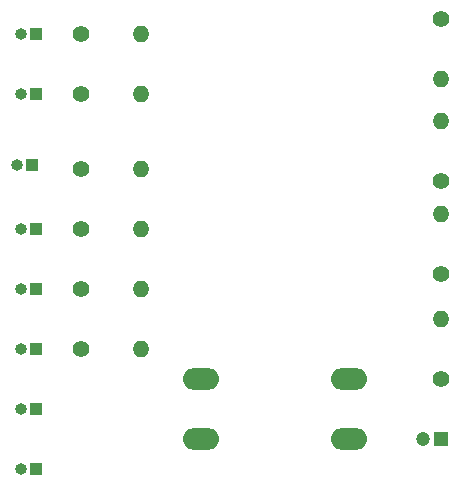
<source format=gbr>
%TF.GenerationSoftware,KiCad,Pcbnew,(5.1.10)-1*%
%TF.CreationDate,2023-02-11T08:53:15-05:00*%
%TF.ProjectId,Optitest,4f707469-7465-4737-942e-6b696361645f,rev?*%
%TF.SameCoordinates,Original*%
%TF.FileFunction,Soldermask,Bot*%
%TF.FilePolarity,Negative*%
%FSLAX46Y46*%
G04 Gerber Fmt 4.6, Leading zero omitted, Abs format (unit mm)*
G04 Created by KiCad (PCBNEW (5.1.10)-1) date 2023-02-11 08:53:15*
%MOMM*%
%LPD*%
G01*
G04 APERTURE LIST*
%ADD10R,1.200000X1.200000*%
%ADD11C,1.200000*%
%ADD12C,1.400000*%
%ADD13O,1.400000X1.400000*%
%ADD14R,1.000000X1.000000*%
%ADD15O,1.000000X1.000000*%
%ADD16O,3.048000X1.850000*%
G04 APERTURE END LIST*
D10*
%TO.C,C1*%
X132080000Y-101600000D03*
D11*
X130580000Y-101600000D03*
%TD*%
D12*
%TO.C,R1*%
X101600000Y-83820000D03*
D13*
X106680000Y-83820000D03*
%TD*%
%TO.C,R2*%
X106680000Y-78740000D03*
D12*
X101600000Y-78740000D03*
%TD*%
%TO.C,R3*%
X101600000Y-72390000D03*
D13*
X106680000Y-72390000D03*
%TD*%
%TO.C,R4*%
X106680000Y-67310000D03*
D12*
X101600000Y-67310000D03*
%TD*%
D13*
%TO.C,R5*%
X132080000Y-91440000D03*
D12*
X132080000Y-96520000D03*
%TD*%
%TO.C,R6*%
X132080000Y-66040000D03*
D13*
X132080000Y-71120000D03*
%TD*%
D12*
%TO.C,R7*%
X101600000Y-88900000D03*
D13*
X106680000Y-88900000D03*
%TD*%
%TO.C,R8*%
X106680000Y-93980000D03*
D12*
X101600000Y-93980000D03*
%TD*%
%TO.C,R9*%
X132080000Y-87630000D03*
D13*
X132080000Y-82550000D03*
%TD*%
%TO.C,R10*%
X132080000Y-74660000D03*
D12*
X132080000Y-79740000D03*
%TD*%
D14*
%TO.C,J5*%
X97790000Y-88900000D03*
D15*
X96520000Y-88900000D03*
%TD*%
%TO.C,BZ1*%
X96520000Y-99060000D03*
D14*
X97790000Y-99060000D03*
%TD*%
%TO.C,D1*%
X97790000Y-93980000D03*
D15*
X96520000Y-93980000D03*
%TD*%
D14*
%TO.C,J1*%
X97790000Y-83820000D03*
D15*
X96520000Y-83820000D03*
%TD*%
%TO.C,J2*%
X96175001Y-78335001D03*
D14*
X97445001Y-78335001D03*
%TD*%
%TO.C,J3*%
X97790000Y-72390000D03*
D15*
X96520000Y-72390000D03*
%TD*%
%TO.C,J4*%
X96520000Y-67310000D03*
D14*
X97790000Y-67310000D03*
%TD*%
%TO.C,J6*%
X97790000Y-104140000D03*
D15*
X96520000Y-104140000D03*
%TD*%
D16*
%TO.C,SW5*%
X124260000Y-96520000D03*
X124260000Y-101520000D03*
X111760000Y-96520000D03*
X111760000Y-101520000D03*
%TD*%
M02*

</source>
